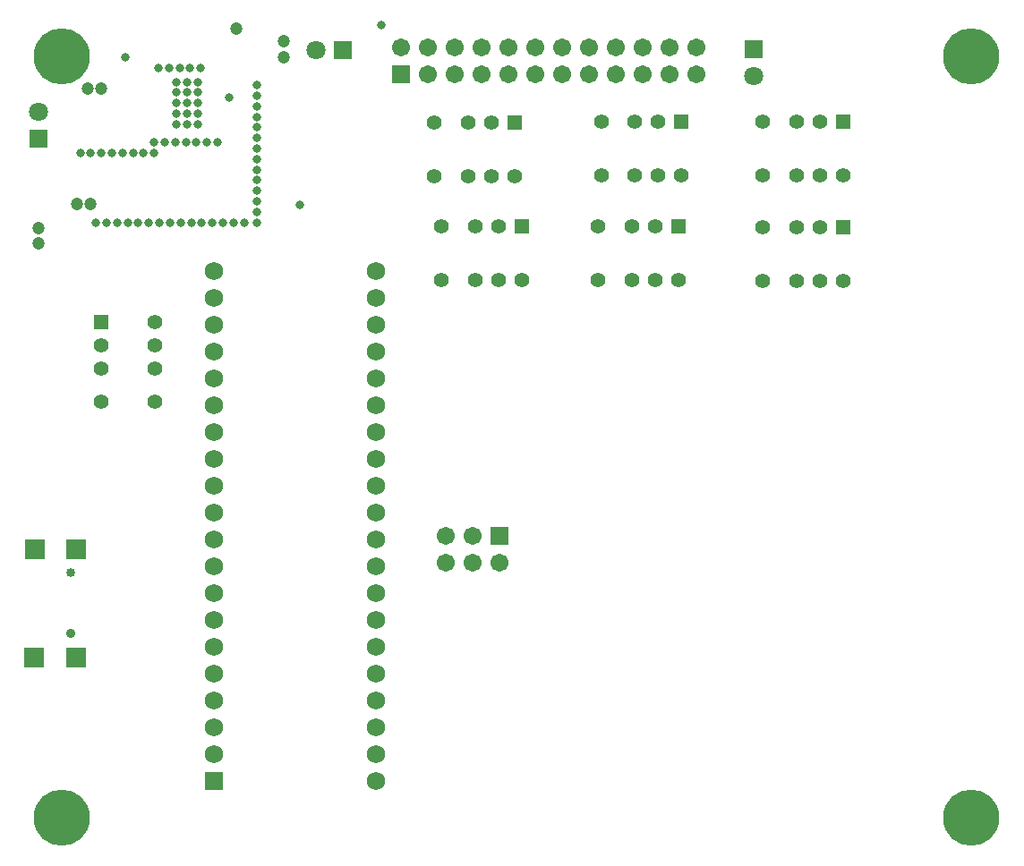
<source format=gbs>
G04*
G04 #@! TF.GenerationSoftware,Altium Limited,Altium Designer,20.2.7 (254)*
G04*
G04 Layer_Color=16711935*
%FSLAX44Y44*%
%MOMM*%
G71*
G04*
G04 #@! TF.SameCoordinates,9CD01B2A-BDB8-435C-8192-B58A78D25C19*
G04*
G04*
G04 #@! TF.FilePolarity,Negative*
G04*
G01*
G75*
%ADD48C,0.8532*%
%ADD49R,1.9032X1.9032*%
%ADD50C,0.9032*%
%ADD51C,5.3032*%
%ADD52C,1.4032*%
%ADD53R,1.4032X1.4032*%
%ADD54R,1.4032X1.4032*%
%ADD55C,1.7032*%
%ADD56R,1.7032X1.7032*%
%ADD57R,1.8032X1.8032*%
%ADD58C,1.8032*%
%ADD59R,1.8032X1.8032*%
%ADD60R,1.7272X1.7272*%
%ADD61C,1.7272*%
%ADD62C,1.2032*%
%ADD63C,0.8032*%
D48*
X48300Y271700D02*
D03*
D49*
X53300Y294000D02*
D03*
X53100Y191600D02*
D03*
X14000Y293500D02*
D03*
X13800Y191200D02*
D03*
D50*
X48100Y213900D02*
D03*
D51*
X40040Y759940D02*
D03*
Y39960D02*
D03*
X900000Y39980D02*
D03*
X900030Y759940D02*
D03*
D52*
X549871Y647508D02*
D03*
X581871D02*
D03*
X603871D02*
D03*
X625871D02*
D03*
X549871Y698308D02*
D03*
X581871D02*
D03*
X603871D02*
D03*
X391871Y646509D02*
D03*
X423871D02*
D03*
X445871D02*
D03*
X467871D02*
D03*
X391871Y697309D02*
D03*
X423871D02*
D03*
X445871D02*
D03*
X702871Y547509D02*
D03*
X734871D02*
D03*
X756871D02*
D03*
X778871D02*
D03*
X702871Y598309D02*
D03*
X734871D02*
D03*
X756871D02*
D03*
X546871Y548509D02*
D03*
X578871D02*
D03*
X600871D02*
D03*
X622871D02*
D03*
X546871Y599309D02*
D03*
X578871D02*
D03*
X600871D02*
D03*
X702644Y647468D02*
D03*
X734644D02*
D03*
X756644D02*
D03*
X778644D02*
D03*
X702644Y698268D02*
D03*
X734644D02*
D03*
X756644D02*
D03*
X398644Y548468D02*
D03*
X430644D02*
D03*
X452644D02*
D03*
X474644D02*
D03*
X398644Y599268D02*
D03*
X430644D02*
D03*
X452644D02*
D03*
X128100Y432940D02*
D03*
Y464940D02*
D03*
Y486940D02*
D03*
Y508940D02*
D03*
X77300Y432940D02*
D03*
Y464940D02*
D03*
Y486940D02*
D03*
D53*
X625871Y698308D02*
D03*
X467871Y697309D02*
D03*
X778871Y598309D02*
D03*
X622871Y599309D02*
D03*
X778644Y698268D02*
D03*
X474644Y599268D02*
D03*
D54*
X77300Y508940D02*
D03*
D55*
X640270Y768310D02*
D03*
X614870D02*
D03*
X640270Y742910D02*
D03*
X614870D02*
D03*
X360870Y768310D02*
D03*
X386270D02*
D03*
X411670D02*
D03*
X437070D02*
D03*
X462470D02*
D03*
X487870D02*
D03*
X513270D02*
D03*
X538670D02*
D03*
X564070D02*
D03*
X589470D02*
D03*
Y742910D02*
D03*
X564070D02*
D03*
X538670D02*
D03*
X513270D02*
D03*
X487870D02*
D03*
X462470D02*
D03*
X437070D02*
D03*
X411670D02*
D03*
X386270D02*
D03*
X403120Y281010D02*
D03*
Y306410D02*
D03*
X428520Y281010D02*
D03*
Y306410D02*
D03*
X453920Y281010D02*
D03*
D56*
X360870Y742910D02*
D03*
X453920Y306410D02*
D03*
D57*
X305660Y766310D02*
D03*
D58*
X280260D02*
D03*
X694160Y741300D02*
D03*
X18000Y707700D02*
D03*
D59*
X694160Y766700D02*
D03*
X18000Y682300D02*
D03*
D60*
X183220Y74340D02*
D03*
D61*
X183620Y99740D02*
D03*
Y125140D02*
D03*
Y150540D02*
D03*
Y175940D02*
D03*
Y201340D02*
D03*
Y226740D02*
D03*
Y252140D02*
D03*
Y277540D02*
D03*
Y302940D02*
D03*
X183220Y328340D02*
D03*
Y353740D02*
D03*
Y379140D02*
D03*
Y404540D02*
D03*
Y429940D02*
D03*
Y455340D02*
D03*
Y480740D02*
D03*
Y506140D02*
D03*
Y531540D02*
D03*
Y556940D02*
D03*
X336520Y74340D02*
D03*
X336920Y99740D02*
D03*
Y125140D02*
D03*
Y150540D02*
D03*
Y175940D02*
D03*
Y201340D02*
D03*
Y226740D02*
D03*
Y252140D02*
D03*
Y277540D02*
D03*
Y302940D02*
D03*
X336520Y328340D02*
D03*
Y353740D02*
D03*
Y379140D02*
D03*
Y404540D02*
D03*
Y429940D02*
D03*
Y455340D02*
D03*
Y480740D02*
D03*
Y506140D02*
D03*
Y531540D02*
D03*
Y556940D02*
D03*
D62*
X250000Y759000D02*
D03*
Y774500D02*
D03*
X205000Y786000D02*
D03*
X54000Y620050D02*
D03*
X67000D02*
D03*
X77000Y730000D02*
D03*
X64000D02*
D03*
X18000Y583000D02*
D03*
Y598000D02*
D03*
D63*
X342000Y790000D02*
D03*
X265000Y620000D02*
D03*
X224000Y613000D02*
D03*
Y623000D02*
D03*
X182000Y603000D02*
D03*
X122000D02*
D03*
X212000D02*
D03*
X162000D02*
D03*
X112000D02*
D03*
X132000D02*
D03*
X192000D02*
D03*
X142000D02*
D03*
X224000Y603000D02*
D03*
X82000Y603000D02*
D03*
X202000D02*
D03*
X102000D02*
D03*
X152000D02*
D03*
X92000D02*
D03*
X72000D02*
D03*
X172000D02*
D03*
X224000Y653000D02*
D03*
Y643000D02*
D03*
Y633000D02*
D03*
Y683000D02*
D03*
Y673000D02*
D03*
Y663000D02*
D03*
Y693000D02*
D03*
Y703000D02*
D03*
Y713000D02*
D03*
Y723000D02*
D03*
Y733000D02*
D03*
X197988Y721000D02*
D03*
X100000Y759000D02*
D03*
X148000Y696000D02*
D03*
Y706000D02*
D03*
X168000Y696000D02*
D03*
Y706000D02*
D03*
Y726000D02*
D03*
Y736000D02*
D03*
X148000D02*
D03*
Y726000D02*
D03*
Y716000D02*
D03*
X168000D02*
D03*
X158000Y696000D02*
D03*
Y706000D02*
D03*
Y736000D02*
D03*
Y726000D02*
D03*
Y716000D02*
D03*
X171000Y749000D02*
D03*
X161000D02*
D03*
X151000D02*
D03*
X141000D02*
D03*
X131000D02*
D03*
X187000Y679000D02*
D03*
X177000D02*
D03*
X167000D02*
D03*
X157000D02*
D03*
X147000D02*
D03*
X137000D02*
D03*
X127000D02*
D03*
Y669000D02*
D03*
X117000D02*
D03*
X107000D02*
D03*
X97000D02*
D03*
X87000D02*
D03*
X77000D02*
D03*
X67000D02*
D03*
X57000D02*
D03*
M02*

</source>
